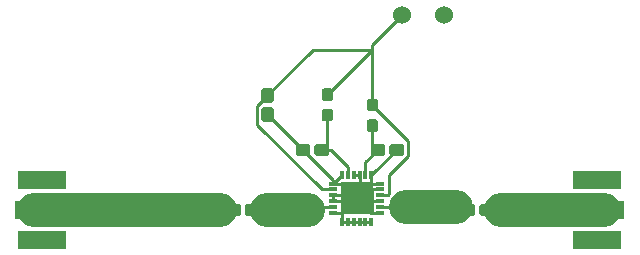
<source format=gbr>
G04 #@! TF.GenerationSoftware,KiCad,Pcbnew,5.1.2-f72e74a~84~ubuntu18.04.1*
G04 #@! TF.CreationDate,2019-07-08T15:36:52+02:00*
G04 #@! TF.ProjectId,prototype_1,70726f74-6f74-4797-9065-5f312e6b6963,rev?*
G04 #@! TF.SameCoordinates,Original*
G04 #@! TF.FileFunction,Copper,L1,Top*
G04 #@! TF.FilePolarity,Positive*
%FSLAX46Y46*%
G04 Gerber Fmt 4.6, Leading zero omitted, Abs format (unit mm)*
G04 Created by KiCad (PCBNEW 5.1.2-f72e74a~84~ubuntu18.04.1) date 2019-07-08 15:36:52*
%MOMM*%
%LPD*%
G04 APERTURE LIST*
%ADD10R,4.060000X1.520000*%
%ADD11R,4.600000X1.520000*%
%ADD12C,0.100000*%
%ADD13C,0.950000*%
%ADD14C,1.524000*%
%ADD15R,2.700000X2.700000*%
%ADD16R,0.800000X0.300000*%
%ADD17R,0.300000X0.800000*%
%ADD18C,1.050000*%
%ADD19C,0.800000*%
%ADD20C,0.250000*%
%ADD21C,2.900000*%
G04 APERTURE END LIST*
D10*
X170180000Y-125730000D03*
X170180000Y-120650000D03*
D11*
X170180000Y-123190000D03*
D10*
X123190000Y-120650000D03*
X123190000Y-125730000D03*
D11*
X123190000Y-123190000D03*
D12*
G36*
X151390779Y-115526144D02*
G01*
X151413834Y-115529563D01*
X151436443Y-115535227D01*
X151458387Y-115543079D01*
X151479457Y-115553044D01*
X151499448Y-115565026D01*
X151518168Y-115578910D01*
X151535438Y-115594562D01*
X151551090Y-115611832D01*
X151564974Y-115630552D01*
X151576956Y-115650543D01*
X151586921Y-115671613D01*
X151594773Y-115693557D01*
X151600437Y-115716166D01*
X151603856Y-115739221D01*
X151605000Y-115762500D01*
X151605000Y-116337500D01*
X151603856Y-116360779D01*
X151600437Y-116383834D01*
X151594773Y-116406443D01*
X151586921Y-116428387D01*
X151576956Y-116449457D01*
X151564974Y-116469448D01*
X151551090Y-116488168D01*
X151535438Y-116505438D01*
X151518168Y-116521090D01*
X151499448Y-116534974D01*
X151479457Y-116546956D01*
X151458387Y-116556921D01*
X151436443Y-116564773D01*
X151413834Y-116570437D01*
X151390779Y-116573856D01*
X151367500Y-116575000D01*
X150892500Y-116575000D01*
X150869221Y-116573856D01*
X150846166Y-116570437D01*
X150823557Y-116564773D01*
X150801613Y-116556921D01*
X150780543Y-116546956D01*
X150760552Y-116534974D01*
X150741832Y-116521090D01*
X150724562Y-116505438D01*
X150708910Y-116488168D01*
X150695026Y-116469448D01*
X150683044Y-116449457D01*
X150673079Y-116428387D01*
X150665227Y-116406443D01*
X150659563Y-116383834D01*
X150656144Y-116360779D01*
X150655000Y-116337500D01*
X150655000Y-115762500D01*
X150656144Y-115739221D01*
X150659563Y-115716166D01*
X150665227Y-115693557D01*
X150673079Y-115671613D01*
X150683044Y-115650543D01*
X150695026Y-115630552D01*
X150708910Y-115611832D01*
X150724562Y-115594562D01*
X150741832Y-115578910D01*
X150760552Y-115565026D01*
X150780543Y-115553044D01*
X150801613Y-115543079D01*
X150823557Y-115535227D01*
X150846166Y-115529563D01*
X150869221Y-115526144D01*
X150892500Y-115525000D01*
X151367500Y-115525000D01*
X151390779Y-115526144D01*
X151390779Y-115526144D01*
G37*
D13*
X151130000Y-116050000D03*
D12*
G36*
X151390779Y-113776144D02*
G01*
X151413834Y-113779563D01*
X151436443Y-113785227D01*
X151458387Y-113793079D01*
X151479457Y-113803044D01*
X151499448Y-113815026D01*
X151518168Y-113828910D01*
X151535438Y-113844562D01*
X151551090Y-113861832D01*
X151564974Y-113880552D01*
X151576956Y-113900543D01*
X151586921Y-113921613D01*
X151594773Y-113943557D01*
X151600437Y-113966166D01*
X151603856Y-113989221D01*
X151605000Y-114012500D01*
X151605000Y-114587500D01*
X151603856Y-114610779D01*
X151600437Y-114633834D01*
X151594773Y-114656443D01*
X151586921Y-114678387D01*
X151576956Y-114699457D01*
X151564974Y-114719448D01*
X151551090Y-114738168D01*
X151535438Y-114755438D01*
X151518168Y-114771090D01*
X151499448Y-114784974D01*
X151479457Y-114796956D01*
X151458387Y-114806921D01*
X151436443Y-114814773D01*
X151413834Y-114820437D01*
X151390779Y-114823856D01*
X151367500Y-114825000D01*
X150892500Y-114825000D01*
X150869221Y-114823856D01*
X150846166Y-114820437D01*
X150823557Y-114814773D01*
X150801613Y-114806921D01*
X150780543Y-114796956D01*
X150760552Y-114784974D01*
X150741832Y-114771090D01*
X150724562Y-114755438D01*
X150708910Y-114738168D01*
X150695026Y-114719448D01*
X150683044Y-114699457D01*
X150673079Y-114678387D01*
X150665227Y-114656443D01*
X150659563Y-114633834D01*
X150656144Y-114610779D01*
X150655000Y-114587500D01*
X150655000Y-114012500D01*
X150656144Y-113989221D01*
X150659563Y-113966166D01*
X150665227Y-113943557D01*
X150673079Y-113921613D01*
X150683044Y-113900543D01*
X150695026Y-113880552D01*
X150708910Y-113861832D01*
X150724562Y-113844562D01*
X150741832Y-113828910D01*
X150760552Y-113815026D01*
X150780543Y-113803044D01*
X150801613Y-113793079D01*
X150823557Y-113785227D01*
X150846166Y-113779563D01*
X150869221Y-113776144D01*
X150892500Y-113775000D01*
X151367500Y-113775000D01*
X151390779Y-113776144D01*
X151390779Y-113776144D01*
G37*
D13*
X151130000Y-114300000D03*
D12*
G36*
X147580779Y-114651144D02*
G01*
X147603834Y-114654563D01*
X147626443Y-114660227D01*
X147648387Y-114668079D01*
X147669457Y-114678044D01*
X147689448Y-114690026D01*
X147708168Y-114703910D01*
X147725438Y-114719562D01*
X147741090Y-114736832D01*
X147754974Y-114755552D01*
X147766956Y-114775543D01*
X147776921Y-114796613D01*
X147784773Y-114818557D01*
X147790437Y-114841166D01*
X147793856Y-114864221D01*
X147795000Y-114887500D01*
X147795000Y-115462500D01*
X147793856Y-115485779D01*
X147790437Y-115508834D01*
X147784773Y-115531443D01*
X147776921Y-115553387D01*
X147766956Y-115574457D01*
X147754974Y-115594448D01*
X147741090Y-115613168D01*
X147725438Y-115630438D01*
X147708168Y-115646090D01*
X147689448Y-115659974D01*
X147669457Y-115671956D01*
X147648387Y-115681921D01*
X147626443Y-115689773D01*
X147603834Y-115695437D01*
X147580779Y-115698856D01*
X147557500Y-115700000D01*
X147082500Y-115700000D01*
X147059221Y-115698856D01*
X147036166Y-115695437D01*
X147013557Y-115689773D01*
X146991613Y-115681921D01*
X146970543Y-115671956D01*
X146950552Y-115659974D01*
X146931832Y-115646090D01*
X146914562Y-115630438D01*
X146898910Y-115613168D01*
X146885026Y-115594448D01*
X146873044Y-115574457D01*
X146863079Y-115553387D01*
X146855227Y-115531443D01*
X146849563Y-115508834D01*
X146846144Y-115485779D01*
X146845000Y-115462500D01*
X146845000Y-114887500D01*
X146846144Y-114864221D01*
X146849563Y-114841166D01*
X146855227Y-114818557D01*
X146863079Y-114796613D01*
X146873044Y-114775543D01*
X146885026Y-114755552D01*
X146898910Y-114736832D01*
X146914562Y-114719562D01*
X146931832Y-114703910D01*
X146950552Y-114690026D01*
X146970543Y-114678044D01*
X146991613Y-114668079D01*
X147013557Y-114660227D01*
X147036166Y-114654563D01*
X147059221Y-114651144D01*
X147082500Y-114650000D01*
X147557500Y-114650000D01*
X147580779Y-114651144D01*
X147580779Y-114651144D01*
G37*
D13*
X147320000Y-115175000D03*
D12*
G36*
X147580779Y-112901144D02*
G01*
X147603834Y-112904563D01*
X147626443Y-112910227D01*
X147648387Y-112918079D01*
X147669457Y-112928044D01*
X147689448Y-112940026D01*
X147708168Y-112953910D01*
X147725438Y-112969562D01*
X147741090Y-112986832D01*
X147754974Y-113005552D01*
X147766956Y-113025543D01*
X147776921Y-113046613D01*
X147784773Y-113068557D01*
X147790437Y-113091166D01*
X147793856Y-113114221D01*
X147795000Y-113137500D01*
X147795000Y-113712500D01*
X147793856Y-113735779D01*
X147790437Y-113758834D01*
X147784773Y-113781443D01*
X147776921Y-113803387D01*
X147766956Y-113824457D01*
X147754974Y-113844448D01*
X147741090Y-113863168D01*
X147725438Y-113880438D01*
X147708168Y-113896090D01*
X147689448Y-113909974D01*
X147669457Y-113921956D01*
X147648387Y-113931921D01*
X147626443Y-113939773D01*
X147603834Y-113945437D01*
X147580779Y-113948856D01*
X147557500Y-113950000D01*
X147082500Y-113950000D01*
X147059221Y-113948856D01*
X147036166Y-113945437D01*
X147013557Y-113939773D01*
X146991613Y-113931921D01*
X146970543Y-113921956D01*
X146950552Y-113909974D01*
X146931832Y-113896090D01*
X146914562Y-113880438D01*
X146898910Y-113863168D01*
X146885026Y-113844448D01*
X146873044Y-113824457D01*
X146863079Y-113803387D01*
X146855227Y-113781443D01*
X146849563Y-113758834D01*
X146846144Y-113735779D01*
X146845000Y-113712500D01*
X146845000Y-113137500D01*
X146846144Y-113114221D01*
X146849563Y-113091166D01*
X146855227Y-113068557D01*
X146863079Y-113046613D01*
X146873044Y-113025543D01*
X146885026Y-113005552D01*
X146898910Y-112986832D01*
X146914562Y-112969562D01*
X146931832Y-112953910D01*
X146950552Y-112940026D01*
X146970543Y-112928044D01*
X146991613Y-112918079D01*
X147013557Y-112910227D01*
X147036166Y-112904563D01*
X147059221Y-112901144D01*
X147082500Y-112900000D01*
X147557500Y-112900000D01*
X147580779Y-112901144D01*
X147580779Y-112901144D01*
G37*
D13*
X147320000Y-113425000D03*
D14*
X157170000Y-106680000D03*
X153670000Y-106680000D03*
D15*
X149804999Y-122214999D03*
D16*
X151794999Y-120954999D03*
X151794999Y-123454999D03*
X151794999Y-122954999D03*
X151794999Y-122454999D03*
X151794999Y-121454999D03*
X151794999Y-121954999D03*
X147794999Y-123454999D03*
X147794999Y-122954999D03*
X147794999Y-122454999D03*
X147794999Y-121954999D03*
X147794999Y-121454999D03*
X147794999Y-120954999D03*
D17*
X148544999Y-124204999D03*
X149044999Y-124204999D03*
X150044999Y-124204999D03*
X149544999Y-124204999D03*
X151044999Y-124204999D03*
X150544999Y-124204999D03*
X151044999Y-120204999D03*
X150544999Y-120204999D03*
X150044999Y-120204999D03*
X149544999Y-120204999D03*
X149044999Y-120204999D03*
X148544999Y-120204999D03*
D12*
G36*
X139769505Y-122666204D02*
G01*
X139793773Y-122669804D01*
X139817572Y-122675765D01*
X139840671Y-122684030D01*
X139862850Y-122694520D01*
X139883893Y-122707132D01*
X139903599Y-122721747D01*
X139921777Y-122738223D01*
X139938253Y-122756401D01*
X139952868Y-122776107D01*
X139965480Y-122797150D01*
X139975970Y-122819329D01*
X139984235Y-122842428D01*
X139990196Y-122866227D01*
X139993796Y-122890495D01*
X139995000Y-122914999D01*
X139995000Y-123465001D01*
X139993796Y-123489505D01*
X139990196Y-123513773D01*
X139984235Y-123537572D01*
X139975970Y-123560671D01*
X139965480Y-123582850D01*
X139952868Y-123603893D01*
X139938253Y-123623599D01*
X139921777Y-123641777D01*
X139903599Y-123658253D01*
X139883893Y-123672868D01*
X139862850Y-123685480D01*
X139840671Y-123695970D01*
X139817572Y-123704235D01*
X139793773Y-123710196D01*
X139769505Y-123713796D01*
X139745001Y-123715000D01*
X138994999Y-123715000D01*
X138970495Y-123713796D01*
X138946227Y-123710196D01*
X138922428Y-123704235D01*
X138899329Y-123695970D01*
X138877150Y-123685480D01*
X138856107Y-123672868D01*
X138836401Y-123658253D01*
X138818223Y-123641777D01*
X138801747Y-123623599D01*
X138787132Y-123603893D01*
X138774520Y-123582850D01*
X138764030Y-123560671D01*
X138755765Y-123537572D01*
X138749804Y-123513773D01*
X138746204Y-123489505D01*
X138745000Y-123465001D01*
X138745000Y-122914999D01*
X138746204Y-122890495D01*
X138749804Y-122866227D01*
X138755765Y-122842428D01*
X138764030Y-122819329D01*
X138774520Y-122797150D01*
X138787132Y-122776107D01*
X138801747Y-122756401D01*
X138818223Y-122738223D01*
X138836401Y-122721747D01*
X138856107Y-122707132D01*
X138877150Y-122694520D01*
X138899329Y-122684030D01*
X138922428Y-122675765D01*
X138946227Y-122669804D01*
X138970495Y-122666204D01*
X138994999Y-122665000D01*
X139745001Y-122665000D01*
X139769505Y-122666204D01*
X139769505Y-122666204D01*
G37*
D18*
X139370000Y-123190000D03*
D12*
G36*
X141369505Y-122666204D02*
G01*
X141393773Y-122669804D01*
X141417572Y-122675765D01*
X141440671Y-122684030D01*
X141462850Y-122694520D01*
X141483893Y-122707132D01*
X141503599Y-122721747D01*
X141521777Y-122738223D01*
X141538253Y-122756401D01*
X141552868Y-122776107D01*
X141565480Y-122797150D01*
X141575970Y-122819329D01*
X141584235Y-122842428D01*
X141590196Y-122866227D01*
X141593796Y-122890495D01*
X141595000Y-122914999D01*
X141595000Y-123465001D01*
X141593796Y-123489505D01*
X141590196Y-123513773D01*
X141584235Y-123537572D01*
X141575970Y-123560671D01*
X141565480Y-123582850D01*
X141552868Y-123603893D01*
X141538253Y-123623599D01*
X141521777Y-123641777D01*
X141503599Y-123658253D01*
X141483893Y-123672868D01*
X141462850Y-123685480D01*
X141440671Y-123695970D01*
X141417572Y-123704235D01*
X141393773Y-123710196D01*
X141369505Y-123713796D01*
X141345001Y-123715000D01*
X140594999Y-123715000D01*
X140570495Y-123713796D01*
X140546227Y-123710196D01*
X140522428Y-123704235D01*
X140499329Y-123695970D01*
X140477150Y-123685480D01*
X140456107Y-123672868D01*
X140436401Y-123658253D01*
X140418223Y-123641777D01*
X140401747Y-123623599D01*
X140387132Y-123603893D01*
X140374520Y-123582850D01*
X140364030Y-123560671D01*
X140355765Y-123537572D01*
X140349804Y-123513773D01*
X140346204Y-123489505D01*
X140345000Y-123465001D01*
X140345000Y-122914999D01*
X140346204Y-122890495D01*
X140349804Y-122866227D01*
X140355765Y-122842428D01*
X140364030Y-122819329D01*
X140374520Y-122797150D01*
X140387132Y-122776107D01*
X140401747Y-122756401D01*
X140418223Y-122738223D01*
X140436401Y-122721747D01*
X140456107Y-122707132D01*
X140477150Y-122694520D01*
X140499329Y-122684030D01*
X140522428Y-122675765D01*
X140546227Y-122669804D01*
X140570495Y-122666204D01*
X140594999Y-122665000D01*
X141345001Y-122665000D01*
X141369505Y-122666204D01*
X141369505Y-122666204D01*
G37*
D18*
X140970000Y-123190000D03*
D12*
G36*
X159619505Y-122666204D02*
G01*
X159643773Y-122669804D01*
X159667572Y-122675765D01*
X159690671Y-122684030D01*
X159712850Y-122694520D01*
X159733893Y-122707132D01*
X159753599Y-122721747D01*
X159771777Y-122738223D01*
X159788253Y-122756401D01*
X159802868Y-122776107D01*
X159815480Y-122797150D01*
X159825970Y-122819329D01*
X159834235Y-122842428D01*
X159840196Y-122866227D01*
X159843796Y-122890495D01*
X159845000Y-122914999D01*
X159845000Y-123465001D01*
X159843796Y-123489505D01*
X159840196Y-123513773D01*
X159834235Y-123537572D01*
X159825970Y-123560671D01*
X159815480Y-123582850D01*
X159802868Y-123603893D01*
X159788253Y-123623599D01*
X159771777Y-123641777D01*
X159753599Y-123658253D01*
X159733893Y-123672868D01*
X159712850Y-123685480D01*
X159690671Y-123695970D01*
X159667572Y-123704235D01*
X159643773Y-123710196D01*
X159619505Y-123713796D01*
X159595001Y-123715000D01*
X158844999Y-123715000D01*
X158820495Y-123713796D01*
X158796227Y-123710196D01*
X158772428Y-123704235D01*
X158749329Y-123695970D01*
X158727150Y-123685480D01*
X158706107Y-123672868D01*
X158686401Y-123658253D01*
X158668223Y-123641777D01*
X158651747Y-123623599D01*
X158637132Y-123603893D01*
X158624520Y-123582850D01*
X158614030Y-123560671D01*
X158605765Y-123537572D01*
X158599804Y-123513773D01*
X158596204Y-123489505D01*
X158595000Y-123465001D01*
X158595000Y-122914999D01*
X158596204Y-122890495D01*
X158599804Y-122866227D01*
X158605765Y-122842428D01*
X158614030Y-122819329D01*
X158624520Y-122797150D01*
X158637132Y-122776107D01*
X158651747Y-122756401D01*
X158668223Y-122738223D01*
X158686401Y-122721747D01*
X158706107Y-122707132D01*
X158727150Y-122694520D01*
X158749329Y-122684030D01*
X158772428Y-122675765D01*
X158796227Y-122669804D01*
X158820495Y-122666204D01*
X158844999Y-122665000D01*
X159595001Y-122665000D01*
X159619505Y-122666204D01*
X159619505Y-122666204D01*
G37*
D18*
X159220000Y-123190000D03*
D12*
G36*
X161219505Y-122666204D02*
G01*
X161243773Y-122669804D01*
X161267572Y-122675765D01*
X161290671Y-122684030D01*
X161312850Y-122694520D01*
X161333893Y-122707132D01*
X161353599Y-122721747D01*
X161371777Y-122738223D01*
X161388253Y-122756401D01*
X161402868Y-122776107D01*
X161415480Y-122797150D01*
X161425970Y-122819329D01*
X161434235Y-122842428D01*
X161440196Y-122866227D01*
X161443796Y-122890495D01*
X161445000Y-122914999D01*
X161445000Y-123465001D01*
X161443796Y-123489505D01*
X161440196Y-123513773D01*
X161434235Y-123537572D01*
X161425970Y-123560671D01*
X161415480Y-123582850D01*
X161402868Y-123603893D01*
X161388253Y-123623599D01*
X161371777Y-123641777D01*
X161353599Y-123658253D01*
X161333893Y-123672868D01*
X161312850Y-123685480D01*
X161290671Y-123695970D01*
X161267572Y-123704235D01*
X161243773Y-123710196D01*
X161219505Y-123713796D01*
X161195001Y-123715000D01*
X160444999Y-123715000D01*
X160420495Y-123713796D01*
X160396227Y-123710196D01*
X160372428Y-123704235D01*
X160349329Y-123695970D01*
X160327150Y-123685480D01*
X160306107Y-123672868D01*
X160286401Y-123658253D01*
X160268223Y-123641777D01*
X160251747Y-123623599D01*
X160237132Y-123603893D01*
X160224520Y-123582850D01*
X160214030Y-123560671D01*
X160205765Y-123537572D01*
X160199804Y-123513773D01*
X160196204Y-123489505D01*
X160195000Y-123465001D01*
X160195000Y-122914999D01*
X160196204Y-122890495D01*
X160199804Y-122866227D01*
X160205765Y-122842428D01*
X160214030Y-122819329D01*
X160224520Y-122797150D01*
X160237132Y-122776107D01*
X160251747Y-122756401D01*
X160268223Y-122738223D01*
X160286401Y-122721747D01*
X160306107Y-122707132D01*
X160327150Y-122694520D01*
X160349329Y-122684030D01*
X160372428Y-122675765D01*
X160396227Y-122669804D01*
X160420495Y-122666204D01*
X160444999Y-122665000D01*
X161195001Y-122665000D01*
X161219505Y-122666204D01*
X161219505Y-122666204D01*
G37*
D18*
X160820000Y-123190000D03*
D12*
G36*
X142539505Y-112876204D02*
G01*
X142563773Y-112879804D01*
X142587572Y-112885765D01*
X142610671Y-112894030D01*
X142632850Y-112904520D01*
X142653893Y-112917132D01*
X142673599Y-112931747D01*
X142691777Y-112948223D01*
X142708253Y-112966401D01*
X142722868Y-112986107D01*
X142735480Y-113007150D01*
X142745970Y-113029329D01*
X142754235Y-113052428D01*
X142760196Y-113076227D01*
X142763796Y-113100495D01*
X142765000Y-113124999D01*
X142765000Y-113875001D01*
X142763796Y-113899505D01*
X142760196Y-113923773D01*
X142754235Y-113947572D01*
X142745970Y-113970671D01*
X142735480Y-113992850D01*
X142722868Y-114013893D01*
X142708253Y-114033599D01*
X142691777Y-114051777D01*
X142673599Y-114068253D01*
X142653893Y-114082868D01*
X142632850Y-114095480D01*
X142610671Y-114105970D01*
X142587572Y-114114235D01*
X142563773Y-114120196D01*
X142539505Y-114123796D01*
X142515001Y-114125000D01*
X141964999Y-114125000D01*
X141940495Y-114123796D01*
X141916227Y-114120196D01*
X141892428Y-114114235D01*
X141869329Y-114105970D01*
X141847150Y-114095480D01*
X141826107Y-114082868D01*
X141806401Y-114068253D01*
X141788223Y-114051777D01*
X141771747Y-114033599D01*
X141757132Y-114013893D01*
X141744520Y-113992850D01*
X141734030Y-113970671D01*
X141725765Y-113947572D01*
X141719804Y-113923773D01*
X141716204Y-113899505D01*
X141715000Y-113875001D01*
X141715000Y-113124999D01*
X141716204Y-113100495D01*
X141719804Y-113076227D01*
X141725765Y-113052428D01*
X141734030Y-113029329D01*
X141744520Y-113007150D01*
X141757132Y-112986107D01*
X141771747Y-112966401D01*
X141788223Y-112948223D01*
X141806401Y-112931747D01*
X141826107Y-112917132D01*
X141847150Y-112904520D01*
X141869329Y-112894030D01*
X141892428Y-112885765D01*
X141916227Y-112879804D01*
X141940495Y-112876204D01*
X141964999Y-112875000D01*
X142515001Y-112875000D01*
X142539505Y-112876204D01*
X142539505Y-112876204D01*
G37*
D18*
X142240000Y-113500000D03*
D12*
G36*
X142539505Y-114476204D02*
G01*
X142563773Y-114479804D01*
X142587572Y-114485765D01*
X142610671Y-114494030D01*
X142632850Y-114504520D01*
X142653893Y-114517132D01*
X142673599Y-114531747D01*
X142691777Y-114548223D01*
X142708253Y-114566401D01*
X142722868Y-114586107D01*
X142735480Y-114607150D01*
X142745970Y-114629329D01*
X142754235Y-114652428D01*
X142760196Y-114676227D01*
X142763796Y-114700495D01*
X142765000Y-114724999D01*
X142765000Y-115475001D01*
X142763796Y-115499505D01*
X142760196Y-115523773D01*
X142754235Y-115547572D01*
X142745970Y-115570671D01*
X142735480Y-115592850D01*
X142722868Y-115613893D01*
X142708253Y-115633599D01*
X142691777Y-115651777D01*
X142673599Y-115668253D01*
X142653893Y-115682868D01*
X142632850Y-115695480D01*
X142610671Y-115705970D01*
X142587572Y-115714235D01*
X142563773Y-115720196D01*
X142539505Y-115723796D01*
X142515001Y-115725000D01*
X141964999Y-115725000D01*
X141940495Y-115723796D01*
X141916227Y-115720196D01*
X141892428Y-115714235D01*
X141869329Y-115705970D01*
X141847150Y-115695480D01*
X141826107Y-115682868D01*
X141806401Y-115668253D01*
X141788223Y-115651777D01*
X141771747Y-115633599D01*
X141757132Y-115613893D01*
X141744520Y-115592850D01*
X141734030Y-115570671D01*
X141725765Y-115547572D01*
X141719804Y-115523773D01*
X141716204Y-115499505D01*
X141715000Y-115475001D01*
X141715000Y-114724999D01*
X141716204Y-114700495D01*
X141719804Y-114676227D01*
X141725765Y-114652428D01*
X141734030Y-114629329D01*
X141744520Y-114607150D01*
X141757132Y-114586107D01*
X141771747Y-114566401D01*
X141788223Y-114548223D01*
X141806401Y-114531747D01*
X141826107Y-114517132D01*
X141847150Y-114504520D01*
X141869329Y-114494030D01*
X141892428Y-114485765D01*
X141916227Y-114479804D01*
X141940495Y-114476204D01*
X141964999Y-114475000D01*
X142515001Y-114475000D01*
X142539505Y-114476204D01*
X142539505Y-114476204D01*
G37*
D18*
X142240000Y-115100000D03*
D12*
G36*
X151999505Y-117586204D02*
G01*
X152023773Y-117589804D01*
X152047572Y-117595765D01*
X152070671Y-117604030D01*
X152092850Y-117614520D01*
X152113893Y-117627132D01*
X152133599Y-117641747D01*
X152151777Y-117658223D01*
X152168253Y-117676401D01*
X152182868Y-117696107D01*
X152195480Y-117717150D01*
X152205970Y-117739329D01*
X152214235Y-117762428D01*
X152220196Y-117786227D01*
X152223796Y-117810495D01*
X152225000Y-117834999D01*
X152225000Y-118385001D01*
X152223796Y-118409505D01*
X152220196Y-118433773D01*
X152214235Y-118457572D01*
X152205970Y-118480671D01*
X152195480Y-118502850D01*
X152182868Y-118523893D01*
X152168253Y-118543599D01*
X152151777Y-118561777D01*
X152133599Y-118578253D01*
X152113893Y-118592868D01*
X152092850Y-118605480D01*
X152070671Y-118615970D01*
X152047572Y-118624235D01*
X152023773Y-118630196D01*
X151999505Y-118633796D01*
X151975001Y-118635000D01*
X151224999Y-118635000D01*
X151200495Y-118633796D01*
X151176227Y-118630196D01*
X151152428Y-118624235D01*
X151129329Y-118615970D01*
X151107150Y-118605480D01*
X151086107Y-118592868D01*
X151066401Y-118578253D01*
X151048223Y-118561777D01*
X151031747Y-118543599D01*
X151017132Y-118523893D01*
X151004520Y-118502850D01*
X150994030Y-118480671D01*
X150985765Y-118457572D01*
X150979804Y-118433773D01*
X150976204Y-118409505D01*
X150975000Y-118385001D01*
X150975000Y-117834999D01*
X150976204Y-117810495D01*
X150979804Y-117786227D01*
X150985765Y-117762428D01*
X150994030Y-117739329D01*
X151004520Y-117717150D01*
X151017132Y-117696107D01*
X151031747Y-117676401D01*
X151048223Y-117658223D01*
X151066401Y-117641747D01*
X151086107Y-117627132D01*
X151107150Y-117614520D01*
X151129329Y-117604030D01*
X151152428Y-117595765D01*
X151176227Y-117589804D01*
X151200495Y-117586204D01*
X151224999Y-117585000D01*
X151975001Y-117585000D01*
X151999505Y-117586204D01*
X151999505Y-117586204D01*
G37*
D18*
X151600000Y-118110000D03*
D12*
G36*
X153599505Y-117586204D02*
G01*
X153623773Y-117589804D01*
X153647572Y-117595765D01*
X153670671Y-117604030D01*
X153692850Y-117614520D01*
X153713893Y-117627132D01*
X153733599Y-117641747D01*
X153751777Y-117658223D01*
X153768253Y-117676401D01*
X153782868Y-117696107D01*
X153795480Y-117717150D01*
X153805970Y-117739329D01*
X153814235Y-117762428D01*
X153820196Y-117786227D01*
X153823796Y-117810495D01*
X153825000Y-117834999D01*
X153825000Y-118385001D01*
X153823796Y-118409505D01*
X153820196Y-118433773D01*
X153814235Y-118457572D01*
X153805970Y-118480671D01*
X153795480Y-118502850D01*
X153782868Y-118523893D01*
X153768253Y-118543599D01*
X153751777Y-118561777D01*
X153733599Y-118578253D01*
X153713893Y-118592868D01*
X153692850Y-118605480D01*
X153670671Y-118615970D01*
X153647572Y-118624235D01*
X153623773Y-118630196D01*
X153599505Y-118633796D01*
X153575001Y-118635000D01*
X152824999Y-118635000D01*
X152800495Y-118633796D01*
X152776227Y-118630196D01*
X152752428Y-118624235D01*
X152729329Y-118615970D01*
X152707150Y-118605480D01*
X152686107Y-118592868D01*
X152666401Y-118578253D01*
X152648223Y-118561777D01*
X152631747Y-118543599D01*
X152617132Y-118523893D01*
X152604520Y-118502850D01*
X152594030Y-118480671D01*
X152585765Y-118457572D01*
X152579804Y-118433773D01*
X152576204Y-118409505D01*
X152575000Y-118385001D01*
X152575000Y-117834999D01*
X152576204Y-117810495D01*
X152579804Y-117786227D01*
X152585765Y-117762428D01*
X152594030Y-117739329D01*
X152604520Y-117717150D01*
X152617132Y-117696107D01*
X152631747Y-117676401D01*
X152648223Y-117658223D01*
X152666401Y-117641747D01*
X152686107Y-117627132D01*
X152707150Y-117614520D01*
X152729329Y-117604030D01*
X152752428Y-117595765D01*
X152776227Y-117589804D01*
X152800495Y-117586204D01*
X152824999Y-117585000D01*
X153575001Y-117585000D01*
X153599505Y-117586204D01*
X153599505Y-117586204D01*
G37*
D18*
X153200000Y-118110000D03*
D12*
G36*
X145649505Y-117586204D02*
G01*
X145673773Y-117589804D01*
X145697572Y-117595765D01*
X145720671Y-117604030D01*
X145742850Y-117614520D01*
X145763893Y-117627132D01*
X145783599Y-117641747D01*
X145801777Y-117658223D01*
X145818253Y-117676401D01*
X145832868Y-117696107D01*
X145845480Y-117717150D01*
X145855970Y-117739329D01*
X145864235Y-117762428D01*
X145870196Y-117786227D01*
X145873796Y-117810495D01*
X145875000Y-117834999D01*
X145875000Y-118385001D01*
X145873796Y-118409505D01*
X145870196Y-118433773D01*
X145864235Y-118457572D01*
X145855970Y-118480671D01*
X145845480Y-118502850D01*
X145832868Y-118523893D01*
X145818253Y-118543599D01*
X145801777Y-118561777D01*
X145783599Y-118578253D01*
X145763893Y-118592868D01*
X145742850Y-118605480D01*
X145720671Y-118615970D01*
X145697572Y-118624235D01*
X145673773Y-118630196D01*
X145649505Y-118633796D01*
X145625001Y-118635000D01*
X144874999Y-118635000D01*
X144850495Y-118633796D01*
X144826227Y-118630196D01*
X144802428Y-118624235D01*
X144779329Y-118615970D01*
X144757150Y-118605480D01*
X144736107Y-118592868D01*
X144716401Y-118578253D01*
X144698223Y-118561777D01*
X144681747Y-118543599D01*
X144667132Y-118523893D01*
X144654520Y-118502850D01*
X144644030Y-118480671D01*
X144635765Y-118457572D01*
X144629804Y-118433773D01*
X144626204Y-118409505D01*
X144625000Y-118385001D01*
X144625000Y-117834999D01*
X144626204Y-117810495D01*
X144629804Y-117786227D01*
X144635765Y-117762428D01*
X144644030Y-117739329D01*
X144654520Y-117717150D01*
X144667132Y-117696107D01*
X144681747Y-117676401D01*
X144698223Y-117658223D01*
X144716401Y-117641747D01*
X144736107Y-117627132D01*
X144757150Y-117614520D01*
X144779329Y-117604030D01*
X144802428Y-117595765D01*
X144826227Y-117589804D01*
X144850495Y-117586204D01*
X144874999Y-117585000D01*
X145625001Y-117585000D01*
X145649505Y-117586204D01*
X145649505Y-117586204D01*
G37*
D18*
X145250000Y-118110000D03*
D12*
G36*
X147249505Y-117586204D02*
G01*
X147273773Y-117589804D01*
X147297572Y-117595765D01*
X147320671Y-117604030D01*
X147342850Y-117614520D01*
X147363893Y-117627132D01*
X147383599Y-117641747D01*
X147401777Y-117658223D01*
X147418253Y-117676401D01*
X147432868Y-117696107D01*
X147445480Y-117717150D01*
X147455970Y-117739329D01*
X147464235Y-117762428D01*
X147470196Y-117786227D01*
X147473796Y-117810495D01*
X147475000Y-117834999D01*
X147475000Y-118385001D01*
X147473796Y-118409505D01*
X147470196Y-118433773D01*
X147464235Y-118457572D01*
X147455970Y-118480671D01*
X147445480Y-118502850D01*
X147432868Y-118523893D01*
X147418253Y-118543599D01*
X147401777Y-118561777D01*
X147383599Y-118578253D01*
X147363893Y-118592868D01*
X147342850Y-118605480D01*
X147320671Y-118615970D01*
X147297572Y-118624235D01*
X147273773Y-118630196D01*
X147249505Y-118633796D01*
X147225001Y-118635000D01*
X146474999Y-118635000D01*
X146450495Y-118633796D01*
X146426227Y-118630196D01*
X146402428Y-118624235D01*
X146379329Y-118615970D01*
X146357150Y-118605480D01*
X146336107Y-118592868D01*
X146316401Y-118578253D01*
X146298223Y-118561777D01*
X146281747Y-118543599D01*
X146267132Y-118523893D01*
X146254520Y-118502850D01*
X146244030Y-118480671D01*
X146235765Y-118457572D01*
X146229804Y-118433773D01*
X146226204Y-118409505D01*
X146225000Y-118385001D01*
X146225000Y-117834999D01*
X146226204Y-117810495D01*
X146229804Y-117786227D01*
X146235765Y-117762428D01*
X146244030Y-117739329D01*
X146254520Y-117717150D01*
X146267132Y-117696107D01*
X146281747Y-117676401D01*
X146298223Y-117658223D01*
X146316401Y-117641747D01*
X146336107Y-117627132D01*
X146357150Y-117614520D01*
X146379329Y-117604030D01*
X146402428Y-117595765D01*
X146426227Y-117589804D01*
X146450495Y-117586204D01*
X146474999Y-117585000D01*
X147225001Y-117585000D01*
X147249505Y-117586204D01*
X147249505Y-117586204D01*
G37*
D18*
X146850000Y-118110000D03*
D19*
X121920000Y-125730000D03*
X123190000Y-125730000D03*
X123190000Y-120650000D03*
X121920000Y-120650000D03*
X170180000Y-125730000D03*
X171450000Y-125730000D03*
X171450000Y-120650000D03*
X170180000Y-120650000D03*
X149000000Y-122200000D03*
X149000000Y-123100000D03*
X149000000Y-121300000D03*
X149860000Y-121300000D03*
X150700000Y-123100000D03*
X150700000Y-121300000D03*
X150700000Y-122200000D03*
X149860000Y-123100000D03*
X149860000Y-122200000D03*
X168910000Y-120650000D03*
X168910000Y-125730000D03*
X124460000Y-120650000D03*
X124460000Y-125730000D03*
D20*
X151105001Y-120204999D02*
X151044999Y-120204999D01*
X150044999Y-120204999D02*
X149544999Y-120204999D01*
X147794999Y-121954999D02*
X147794999Y-122454999D01*
X151069998Y-122379998D02*
X151069998Y-121530000D01*
X151144999Y-122454999D02*
X151069998Y-122379998D01*
X151069998Y-122530000D02*
X151144999Y-122454999D01*
X151069998Y-123379998D02*
X151069998Y-122530000D01*
X142240000Y-115100000D02*
X145250000Y-118110000D01*
X153200000Y-118110000D02*
X151295000Y-120015000D01*
X151234998Y-120015000D02*
X151044999Y-120204999D01*
X151295000Y-120015000D02*
X151234998Y-120015000D01*
X150044999Y-120854999D02*
X150044999Y-120204999D01*
X150120000Y-120930000D02*
X150044999Y-120854999D01*
X150969998Y-120930000D02*
X150120000Y-120930000D01*
X151044999Y-120854999D02*
X150969998Y-120930000D01*
X151044999Y-120204999D02*
X151044999Y-120854999D01*
X148544999Y-120204999D02*
X147794999Y-120954999D01*
X148520000Y-123379998D02*
X148444999Y-123454999D01*
X148520000Y-122544998D02*
X148520000Y-123379998D01*
X148444999Y-123454999D02*
X147794999Y-123454999D01*
X148430001Y-122454999D02*
X148520000Y-122544998D01*
X147794999Y-122454999D02*
X148430001Y-122454999D01*
X148544999Y-124204999D02*
X151044999Y-124204999D01*
X148544999Y-123474999D02*
X149804999Y-122214999D01*
X148544999Y-124204999D02*
X148544999Y-123474999D01*
X151044999Y-123454999D02*
X149804999Y-122214999D01*
X151794999Y-123454999D02*
X151044999Y-123454999D01*
X151069998Y-121544998D02*
X151134998Y-121479998D01*
X151794999Y-122454999D02*
X151144999Y-122454999D01*
X151069998Y-122379998D02*
X151069998Y-121544998D01*
X151144999Y-121454999D02*
X151794999Y-121454999D01*
X151134998Y-121465000D02*
X151144999Y-121454999D01*
X151134998Y-121479998D02*
X151134998Y-121465000D01*
X151064999Y-120954999D02*
X149804999Y-122214999D01*
X151794999Y-120954999D02*
X151064999Y-120954999D01*
X147794999Y-120654999D02*
X147794999Y-120954999D01*
X145250000Y-118110000D02*
X147794999Y-120654999D01*
X148654999Y-120954999D02*
X149000000Y-121300000D01*
X147794999Y-120954999D02*
X148654999Y-120954999D01*
X148444999Y-121954999D02*
X147794999Y-121954999D01*
X148520000Y-121879998D02*
X148444999Y-121954999D01*
X148520000Y-121030000D02*
X148520000Y-121879998D01*
X148444999Y-120954999D02*
X148520000Y-121030000D01*
X147794999Y-120954999D02*
X148444999Y-120954999D01*
X147245000Y-113500000D02*
X147320000Y-113425000D01*
X142814072Y-112925928D02*
X142805204Y-112934796D01*
X151130000Y-109220000D02*
X151130000Y-114300000D01*
X153670000Y-106680000D02*
X151130000Y-109220000D01*
X151130000Y-109615000D02*
X147320000Y-113425000D01*
X151130000Y-109220000D02*
X151130000Y-109615000D01*
X146125000Y-109615000D02*
X142240000Y-113500000D01*
X151130000Y-109615000D02*
X146125000Y-109615000D01*
X141389990Y-116010860D02*
X141389990Y-114350010D01*
X146834129Y-121454999D02*
X141389990Y-116010860D01*
X141674796Y-114065204D02*
X142240000Y-113500000D01*
X141389990Y-114350010D02*
X141674796Y-114065204D01*
X147794999Y-121454999D02*
X146834129Y-121454999D01*
X151629072Y-114799072D02*
X151130000Y-114300000D01*
X154150010Y-117320010D02*
X151629072Y-114799072D01*
X154150010Y-118623180D02*
X154150010Y-117320010D01*
X152520000Y-120253190D02*
X154150010Y-118623180D01*
X152520000Y-121879998D02*
X152520000Y-120253190D01*
X152444999Y-121954999D02*
X152520000Y-121879998D01*
X151794999Y-121954999D02*
X152444999Y-121954999D01*
X139370000Y-123190000D02*
X137160000Y-123190000D01*
D21*
X122500000Y-123190000D02*
X138200000Y-123190000D01*
D20*
X160820000Y-123190000D02*
X162560000Y-123190000D01*
D21*
X162000000Y-123190000D02*
X170750000Y-123190000D01*
D20*
X146850000Y-118110000D02*
X147600000Y-118110000D01*
X147320000Y-117640000D02*
X146850000Y-118110000D01*
X147320000Y-115175000D02*
X147320000Y-117640000D01*
X149069998Y-120180000D02*
X149044999Y-120204999D01*
X149069998Y-119579998D02*
X149069998Y-120180000D01*
X147600000Y-118110000D02*
X149069998Y-119579998D01*
X151130000Y-117640000D02*
X151600000Y-118110000D01*
X151130000Y-116050000D02*
X151130000Y-117640000D01*
X150544999Y-119165001D02*
X150544999Y-120204999D01*
X151600000Y-118110000D02*
X150544999Y-119165001D01*
X159220000Y-123190000D02*
X157480000Y-123190000D01*
D21*
X154000000Y-122954999D02*
X158200000Y-122954999D01*
D20*
X151794999Y-122954999D02*
X152799999Y-122954999D01*
X152799999Y-122954999D02*
X153434999Y-122954999D01*
X140970000Y-123190000D02*
X142240000Y-123190000D01*
X147794999Y-122954999D02*
X146285001Y-122954999D01*
D21*
X142175000Y-123190000D02*
X145700000Y-123190000D01*
M02*

</source>
